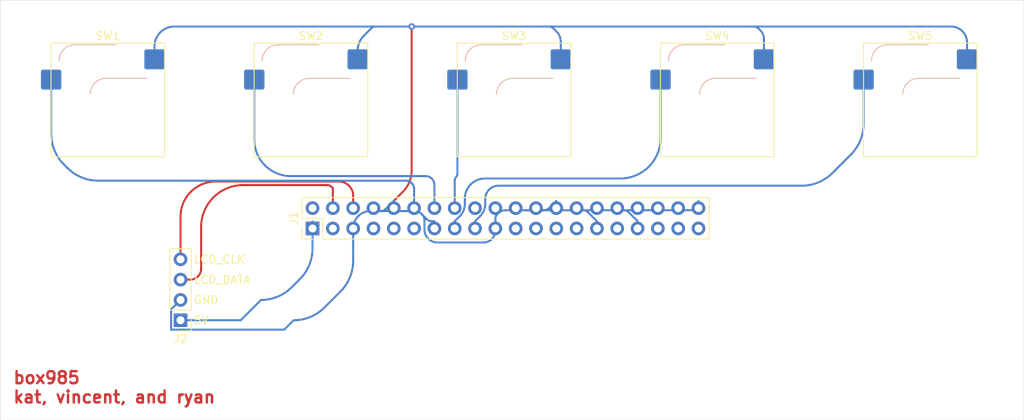
<source format=kicad_pcb>
(kicad_pcb (version 20240108) (generator "pcbnew") (generator_version "8.0")
  (layers (0 "F.Cu" signal) (31 "B.Cu" signal) (34 "B.Paste" user) (35 "F.Paste" user) (36 "B.SilkS" user "B.Silkscreen") (37 "F.SilkS" user "F.Silkscreen") (38 "B.Mask" user) (39 "F.Mask" user) (44 "Edge.Cuts" user))
  (net 0 "")
  (net 2 "+5V")
  (net 3 "GPIO 27")
  (net 5 "GND")
  (net 6 "LCD_CLK")
  (net 7 "LCD_DATA")
  (net 10 "GPIO 22")
  (net 15 "GPIO 24")
  (net 16 "GPIO 23")
  (net 22 "GPIO 17")
  (footprint "Connector_PinHeader_2.54mm:PinHeader_1x04_P2.54mm_Vertical" (layer "F.Cu") (at 82.55 119.018793 180)
    (property "Reference" "J2" (at 0 -2.33 180) (layer "F.SilkS"))
    (property "Value" "Conn_01x04")
    (fp_line (start 1.33 1.27) (end 1.33 8.95) (stroke (width 0.12)) (layer "F.SilkS"))
    (fp_line (start -1.33 8.95) (end 1.33 8.95) (stroke (width 0.12)) (layer "F.SilkS"))
    (fp_line (start -1.33 1.27) (end 1.33 1.27) (stroke (width 0.12)) (layer "F.SilkS"))
    (fp_line (start -1.33 1.27) (end -1.33 8.95) (stroke (width 0.12)) (layer "F.SilkS"))
    (fp_line (start -1.33 0) (end -1.33 -1.33) (stroke (width 0.12)) (layer "F.SilkS"))
    (fp_line (start -1.33 -1.33) (end 0 -1.33) (stroke (width 0.12)) (layer "F.SilkS"))
    (pad "1" thru_hole rect (at 0 0 180) (size 1.7 1.7) (drill 1) (layers "*.Cu" "*.Mask") (net 2 "+5V"))
    (pad "2" thru_hole oval (at 0 2.54 180) (size 1.7 1.7) (drill 1) (layers "*.Cu" "*.Mask") (net 5 "GND"))
    (pad "3" thru_hole oval (at 0 5.08 180) (size 1.7 1.7) (drill 1) (layers "*.Cu" "*.Mask") (net 7 "LCD_DATA"))
    (pad "4" thru_hole oval (at 0 7.62 180) (size 1.7 1.7) (drill 1) (layers "*.Cu" "*.Mask") (net 6 "LCD_CLK"))
  )
  (footprint "ScottoKeebs_Hotswap:Hotswap_MX" (layer "F.Cu") (at 175.055 91.468793)
    (property "Reference" "SW5" (at 0 -8 0) (layer "F.SilkS"))
    (property "Value" "Switch")
    (fp_line (start -4.1 -6.9) (end 1 -6.9) (stroke (width 0.12)) (layer "B.SilkS"))
    (fp_line (start -0.2 -2.7) (end 4.9 -2.7) (stroke (width 0.12)) (layer "B.SilkS"))
    (fp_arc (start -6.1 -4.9) (mid -5.514214 -6.314214) (end -4.1 -6.9) (stroke (width 0.12)) (layer "B.SilkS"))
    (fp_arc (start -2.2 -0.7) (mid -1.614214 -2.114214) (end -0.2 -2.7) (stroke (width 0.12)) (layer "B.SilkS"))
    (fp_line (start -7.1 -7.1) (end -7.1 7.1) (stroke (width 0.12)) (layer "F.SilkS"))
    (fp_line (start -7.1 7.1) (end 7.1 7.1) (stroke (width 0.12)) (layer "F.SilkS"))
    (fp_line (start 7.1 -7.1) (end -7.1 -7.1) (stroke (width 0.12)) (layer "F.SilkS"))
    (fp_line (start 7.1 7.1) (end 7.1 -7.1) (stroke (width 0.12)) (layer "F.SilkS"))
    (pad "" np_thru_hole circle (at -5.08 0) (size 1.75 1.75) (drill 1.75) (layers "*.Cu" "*.Mask"))
    (pad "" np_thru_hole circle (at -3.81 -2.54) (size 3.05 3.05) (drill 3.05) (layers "*.Cu" "*.Mask"))
    (pad "" np_thru_hole circle (at 0 0) (size 4 4) (drill 4) (layers "*.Cu" "*.Mask"))
    (pad "" np_thru_hole circle (at 2.54 -5.08) (size 3.05 3.05) (drill 3.05) (layers "*.Cu" "*.Mask"))
    (pad "" np_thru_hole circle (at 5.08 0) (size 1.75 1.75) (drill 1.75) (layers "*.Cu" "*.Mask"))
    (pad "1" smd roundrect (at -7.085 -2.54) (size 2.55 2.5) (layers "B.Cu" "B.Paste" "B.Mask") (roundrect_rratio 0.1) (net 15 "GPIO 24"))
    (pad "2" smd roundrect (at 5.842 -5.08) (size 2.55 2.5) (layers "B.Cu" "B.Paste" "B.Mask") (roundrect_rratio 0.1) (net 5 "GND"))
  )
  (footprint "ScottoKeebs_Hotswap:Hotswap_MX" (layer "F.Cu") (at 73.455 91.468793)
    (property "Reference" "SW1" (at 0 -8 0) (layer "F.SilkS"))
    (property "Value" "Switch")
    (fp_line (start -4.1 -6.9) (end 1 -6.9) (stroke (width 0.12)) (layer "B.SilkS"))
    (fp_line (start -0.2 -2.7) (end 4.9 -2.7) (stroke (width 0.12)) (layer "B.SilkS"))
    (fp_arc (start -6.1 -4.9) (mid -5.514214 -6.314214) (end -4.1 -6.9) (stroke (width 0.12)) (layer "B.SilkS"))
    (fp_arc (start -2.2 -0.7) (mid -1.614214 -2.114214) (end -0.2 -2.7) (stroke (width 0.12)) (layer "B.SilkS"))
    (fp_line (start -7.1 -7.1) (end -7.1 7.1) (stroke (width 0.12)) (layer "F.SilkS"))
    (fp_line (start -7.1 7.1) (end 7.1 7.1) (stroke (width 0.12)) (layer "F.SilkS"))
    (fp_line (start 7.1 -7.1) (end -7.1 -7.1) (stroke (width 0.12)) (layer "F.SilkS"))
    (fp_line (start 7.1 7.1) (end 7.1 -7.1) (stroke (width 0.12)) (layer "F.SilkS"))
    (pad "" np_thru_hole circle (at -5.08 0) (size 1.75 1.75) (drill 1.75) (layers "*.Cu" "*.Mask"))
    (pad "" np_thru_hole circle (at -3.81 -2.54) (size 3.05 3.05) (drill 3.05) (layers "*.Cu" "*.Mask"))
    (pad "" np_thru_hole circle (at 0 0) (size 4 4) (drill 4) (layers "*.Cu" "*.Mask"))
    (pad "" np_thru_hole circle (at 2.54 -5.08) (size 3.05 3.05) (drill 3.05) (layers "*.Cu" "*.Mask"))
    (pad "" np_thru_hole circle (at 5.08 0) (size 1.75 1.75) (drill 1.75) (layers "*.Cu" "*.Mask"))
    (pad "1" smd roundrect (at -7.085 -2.54) (size 2.55 2.5) (layers "B.Cu" "B.Paste" "B.Mask") (roundrect_rratio 0.1) (net 22 "GPIO 17"))
    (pad "2" smd roundrect (at 5.842 -5.08) (size 2.55 2.5) (layers "B.Cu" "B.Paste" "B.Mask") (roundrect_rratio 0.1) (net 5 "GND"))
  )
  (footprint "ScottoKeebs_Hotswap:Hotswap_MX" (layer "F.Cu") (at 149.655 91.468793)
    (property "Reference" "SW4" (at 0 -8 0) (layer "F.SilkS"))
    (property "Value" "Switch")
    (fp_line (start -4.1 -6.9) (end 1 -6.9) (stroke (width 0.12)) (layer "B.SilkS"))
    (fp_line (start -0.2 -2.7) (end 4.9 -2.7) (stroke (width 0.12)) (layer "B.SilkS"))
    (fp_arc (start -6.1 -4.9) (mid -5.514214 -6.314214) (end -4.1 -6.9) (stroke (width 0.12)) (layer "B.SilkS"))
    (fp_arc (start -2.2 -0.7) (mid -1.614214 -2.114214) (end -0.2 -2.7) (stroke (width 0.12)) (layer "B.SilkS"))
    (fp_line (start -7.1 -7.1) (end -7.1 7.1) (stroke (width 0.12)) (layer "F.SilkS"))
    (fp_line (start -7.1 7.1) (end 7.1 7.1) (stroke (width 0.12)) (layer "F.SilkS"))
    (fp_line (start 7.1 -7.1) (end -7.1 -7.1) (stroke (width 0.12)) (layer "F.SilkS"))
    (fp_line (start 7.1 7.1) (end 7.1 -7.1) (stroke (width 0.12)) (layer "F.SilkS"))
    (pad "" np_thru_hole circle (at -5.08 0) (size 1.75 1.75) (drill 1.75) (layers "*.Cu" "*.Mask"))
    (pad "" np_thru_hole circle (at -3.81 -2.54) (size 3.05 3.05) (drill 3.05) (layers "*.Cu" "*.Mask"))
    (pad "" np_thru_hole circle (at 0 0) (size 4 4) (drill 4) (layers "*.Cu" "*.Mask"))
    (pad "" np_thru_hole circle (at 2.54 -5.08) (size 3.05 3.05) (drill 3.05) (layers "*.Cu" "*.Mask"))
    (pad "" np_thru_hole circle (at 5.08 0) (size 1.75 1.75) (drill 1.75) (layers "*.Cu" "*.Mask"))
    (pad "1" smd roundrect (at -7.085 -2.54) (size 2.55 2.5) (layers "B.Cu" "B.Paste" "B.Mask") (roundrect_rratio 0.1) (net 16 "GPIO 23"))
    (pad "2" smd roundrect (at 5.842 -5.08) (size 2.55 2.5) (layers "B.Cu" "B.Paste" "B.Mask") (roundrect_rratio 0.1) (net 5 "GND"))
  )
  (footprint "Connector_PinHeader_2.54mm:PinHeader_2x20_P2.54mm_Vertical" (layer "F.Cu") (at 99.055 107.54 90)
    (property "Reference" "J1" (at 1.27 -2.33 90) (layer "F.SilkS"))
    (property "Value" "Conn_02x20_Odd_Even")
    (fp_line (start 3.87 -1.33) (end 3.87 49.59) (stroke (width 0.12)) (layer "F.SilkS"))
    (fp_line (start 1.27 -1.33) (end 3.87 -1.33) (stroke (width 0.12)) (layer "F.SilkS"))
    (fp_line (start -1.33 -1.33) (end 0 -1.33) (stroke (width 0.12)) (layer "F.SilkS"))
    (fp_line (start -1.33 0) (end -1.33 -1.33) (stroke (width 0.12)) (layer "F.SilkS"))
    (fp_line (start 1.27 1.27) (end 1.27 -1.33) (stroke (width 0.12)) (layer "F.SilkS"))
    (fp_line (start -1.33 1.27) (end 1.27 1.27) (stroke (width 0.12)) (layer "F.SilkS"))
    (fp_line (start -1.33 1.27) (end -1.33 49.59) (stroke (width 0.12)) (layer "F.SilkS"))
    (fp_line (start -1.33 49.59) (end 3.87 49.59) (stroke (width 0.12)) (layer "F.SilkS"))
    (pad "1" thru_hole rect (at 0 0 90) (size 1.7 1.7) (drill 1) (layers "*.Cu" "*.Mask"))
    (pad "2" thru_hole oval (at 2.54 0 90) (size 1.7 1.7) (drill 1) (layers "*.Cu" "*.Mask") (net 2 "+5V"))
    (pad "3" thru_hole oval (at 0 2.54 90) (size 1.7 1.7) (drill 1) (layers "*.Cu" "*.Mask") (net 7 "LCD_DATA"))
    (pad "4" thru_hole oval (at 2.54 2.54 90) (size 1.7 1.7) (drill 1) (layers "*.Cu" "*.Mask"))
    (pad "5" thru_hole oval (at 0 5.08 90) (size 1.7 1.7) (drill 1) (layers "*.Cu" "*.Mask") (net 6 "LCD_CLK"))
    (pad "6" thru_hole oval (at 2.54 5.08 90) (size 1.7 1.7) (drill 1) (layers "*.Cu" "*.Mask") (net 5 "GND"))
    (pad "7" thru_hole oval (at 0 7.62 90) (size 1.7 1.7) (drill 1) (layers "*.Cu" "*.Mask"))
    (pad "8" thru_hole oval (at 2.54 7.62 90) (size 1.7 1.7) (drill 1) (layers "*.Cu" "*.Mask"))
    (pad "9" thru_hole oval (at 0 10.16 90) (size 1.7 1.7) (drill 1) (layers "*.Cu" "*.Mask") (net 5 "GND"))
    (pad "10" thru_hole oval (at 2.54 10.16 90) (size 1.7 1.7) (drill 1) (layers "*.Cu" "*.Mask"))
    (pad "11" thru_hole oval (at 0 12.7 90) (size 1.7 1.7) (drill 1) (layers "*.Cu" "*.Mask") (net 22 "GPIO 17"))
    (pad "12" thru_hole oval (at 2.54 12.7 90) (size 1.7 1.7) (drill 1) (layers "*.Cu" "*.Mask"))
    (pad "13" thru_hole oval (at 0 15.24 90) (size 1.7 1.7) (drill 1) (layers "*.Cu" "*.Mask") (net 3 "GPIO 27"))
    (pad "14" thru_hole oval (at 2.54 15.24 90) (size 1.7 1.7) (drill 1) (layers "*.Cu" "*.Mask") (net 5 "GND"))
    (pad "15" thru_hole oval (at 0 17.78 90) (size 1.7 1.7) (drill 1) (layers "*.Cu" "*.Mask") (net 10 "GPIO 22"))
    (pad "16" thru_hole oval (at 2.54 17.78 90) (size 1.7 1.7) (drill 1) (layers "*.Cu" "*.Mask") (net 16 "GPIO 23"))
    (pad "17" thru_hole oval (at 0 20.32 90) (size 1.7 1.7) (drill 1) (layers "*.Cu" "*.Mask"))
    (pad "18" thru_hole oval (at 2.54 20.32 90) (size 1.7 1.7) (drill 1) (layers "*.Cu" "*.Mask") (net 15 "GPIO 24"))
    (pad "19" thru_hole oval (at 0 22.86 90) (size 1.7 1.7) (drill 1) (layers "*.Cu" "*.Mask"))
    (pad "20" thru_hole oval (at 2.54 22.86 90) (size 1.7 1.7) (drill 1) (layers "*.Cu" "*.Mask") (net 5 "GND"))
    (pad "21" thru_hole oval (at 0 25.4 90) (size 1.7 1.7) (drill 1) (layers "*.Cu" "*.Mask"))
    (pad "22" thru_hole oval (at 2.54 25.4 90) (size 1.7 1.7) (drill 1) (layers "*.Cu" "*.Mask"))
    (pad "23" thru_hole oval (at 0 27.94 90) (size 1.7 1.7) (drill 1) (layers "*.Cu" "*.Mask"))
    (pad "24" thru_hole oval (at 2.54 27.94 90) (size 1.7 1.7) (drill 1) (layers "*.Cu" "*.Mask"))
    (pad "25" thru_hole oval (at 0 30.48 90) (size 1.7 1.7) (drill 1) (layers "*.Cu" "*.Mask") (net 5 "GND"))
    (pad "26" thru_hole oval (at 2.54 30.48 90) (size 1.7 1.7) (drill 1) (layers "*.Cu" "*.Mask"))
    (pad "27" thru_hole oval (at 0 33.02 90) (size 1.7 1.7) (drill 1) (layers "*.Cu" "*.Mask"))
    (pad "28" thru_hole oval (at 2.54 33.02 90) (size 1.7 1.7) (drill 1) (layers "*.Cu" "*.Mask"))
    (pad "29" thru_hole oval (at 0 35.56 90) (size 1.7 1.7) (drill 1) (layers "*.Cu" "*.Mask"))
    (pad "30" thru_hole oval (at 2.54 35.56 90) (size 1.7 1.7) (drill 1) (layers "*.Cu" "*.Mask") (net 5 "GND"))
    (pad "31" thru_hole oval (at 0 38.1 90) (size 1.7 1.7) (drill 1) (layers "*.Cu" "*.Mask"))
    (pad "32" thru_hole oval (at 2.54 38.1 90) (size 1.7 1.7) (drill 1) (layers "*.Cu" "*.Mask"))
    (pad "33" thru_hole oval (at 0 40.64 90) (size 1.7 1.7) (drill 1) (layers "*.Cu" "*.Mask"))
    (pad "34" thru_hole oval (at 2.54 40.64 90) (size 1.7 1.7) (drill 1) (layers "*.Cu" "*.Mask") (net 5 "GND"))
    (pad "35" thru_hole oval (at 0 43.18 90) (size 1.7 1.7) (drill 1) (layers "*.Cu" "*.Mask"))
    (pad "36" thru_hole oval (at 2.54 43.18 90) (size 1.7 1.7) (drill 1) (layers "*.Cu" "*.Mask"))
    (pad "37" thru_hole oval (at 0 45.72 90) (size 1.7 1.7) (drill 1) (layers "*.Cu" "*.Mask"))
    (pad "38" thru_hole oval (at 2.54 45.72 90) (size 1.7 1.7) (drill 1) (layers "*.Cu" "*.Mask"))
    (pad "39" thru_hole oval (at 0 48.26 90) (size 1.7 1.7) (drill 1) (layers "*.Cu" "*.Mask") (net 5 "GND"))
    (pad "40" thru_hole oval (at 2.54 48.26 90) (size 1.7 1.7) (drill 1) (layers "*.Cu" "*.Mask"))
  )
  (footprint "ScottoKeebs_Hotswap:Hotswap_MX" (layer "F.Cu") (at 98.855 91.468793)
    (property "Reference" "SW2" (at 0 -8 0) (layer "F.SilkS"))
    (property "Value" "Switch")
    (fp_line (start -4.1 -6.9) (end 1 -6.9) (stroke (width 0.12)) (layer "B.SilkS"))
    (fp_line (start -0.2 -2.7) (end 4.9 -2.7) (stroke (width 0.12)) (layer "B.SilkS"))
    (fp_arc (start -6.1 -4.9) (mid -5.514214 -6.314214) (end -4.1 -6.9) (stroke (width 0.12)) (layer "B.SilkS"))
    (fp_arc (start -2.2 -0.7) (mid -1.614214 -2.114214) (end -0.2 -2.7) (stroke (width 0.12)) (layer "B.SilkS"))
    (fp_line (start -7.1 -7.1) (end -7.1 7.1) (stroke (width 0.12)) (layer "F.SilkS"))
    (fp_line (start -7.1 7.1) (end 7.1 7.1) (stroke (width 0.12)) (layer "F.SilkS"))
    (fp_line (start 7.1 -7.1) (end -7.1 -7.1) (stroke (width 0.12)) (layer "F.SilkS"))
    (fp_line (start 7.1 7.1) (end 7.1 -7.1) (stroke (width 0.12)) (layer "F.SilkS"))
    (pad "" np_thru_hole circle (at -5.08 0) (size 1.75 1.75) (drill 1.75) (layers "*.Cu" "*.Mask"))
    (pad "" np_thru_hole circle (at -3.81 -2.54) (size 3.05 3.05) (drill 3.05) (layers "*.Cu" "*.Mask"))
    (pad "" np_thru_hole circle (at 0 0) (size 4 4) (drill 4) (layers "*.Cu" "*.Mask"))
    (pad "" np_thru_hole circle (at 2.54 -5.08) (size 3.05 3.05) (drill 3.05) (layers "*.Cu" "*.Mask"))
    (pad "" np_thru_hole circle (at 5.08 0) (size 1.75 1.75) (drill 1.75) (layers "*.Cu" "*.Mask"))
    (pad "1" smd roundrect (at -7.085 -2.54) (size 2.55 2.5) (layers "B.Cu" "B.Paste" "B.Mask") (roundrect_rratio 0.1) (net 3 "GPIO 27"))
    (pad "2" smd roundrect (at 5.842 -5.08) (size 2.55 2.5) (layers "B.Cu" "B.Paste" "B.Mask") (roundrect_rratio 0.1) (net 5 "GND"))
  )
  (footprint "ScottoKeebs_Hotswap:Hotswap_MX" (layer "F.Cu") (at 124.255 91.468793)
    (property "Reference" "SW3" (at 0 -8 0) (layer "F.SilkS"))
    (property "Value" "Switch")
    (fp_line (start -4.1 -6.9) (end 1 -6.9) (stroke (width 0.12)) (layer "B.SilkS"))
    (fp_line (start -0.2 -2.7) (end 4.9 -2.7) (stroke (width 0.12)) (layer "B.SilkS"))
    (fp_arc (start -6.1 -4.9) (mid -5.514214 -6.314214) (end -4.1 -6.9) (stroke (width 0.12)) (layer "B.SilkS"))
    (fp_arc (start -2.2 -0.7) (mid -1.614214 -2.114214) (end -0.2 -2.7) (stroke (width 0.12)) (layer "B.SilkS"))
    (fp_line (start -7.1 -7.1) (end -7.1 7.1) (stroke (width 0.12)) (layer "F.SilkS"))
    (fp_line (start -7.1 7.1) (end 7.1 7.1) (stroke (width 0.12)) (layer "F.SilkS"))
    (fp_line (start 7.1 -7.1) (end -7.1 -7.1) (stroke (width 0.12)) (layer "F.SilkS"))
    (fp_line (start 7.1 7.1) (end 7.1 -7.1) (stroke (width 0.12)) (layer "F.SilkS"))
    (pad "" np_thru_hole circle (at -5.08 0) (size 1.75 1.75) (drill 1.75) (layers "*.Cu" "*.Mask"))
    (pad "" np_thru_hole circle (at -3.81 -2.54) (size 3.05 3.05) (drill 3.05) (layers "*.Cu" "*.Mask"))
    (pad "" np_thru_hole circle (at 0 0) (size 4 4) (drill 4) (layers "*.Cu" "*.Mask"))
    (pad "" np_thru_hole circle (at 2.54 -5.08) (size 3.05 3.05) (drill 3.05) (layers "*.Cu" "*.Mask"))
    (pad "" np_thru_hole circle (at 5.08 0) (size 1.75 1.75) (drill 1.75) (layers "*.Cu" "*.Mask"))
    (pad "1" smd roundrect (at -7.085 -2.54) (size 2.55 2.5) (layers "B.Cu" "B.Paste" "B.Mask") (roundrect_rratio 0.1) (net 10 "GPIO 22"))
    (pad "2" smd roundrect (at 5.842 -5.08) (size 2.55 2.5) (layers "B.Cu" "B.Paste" "B.Mask") (roundrect_rratio 0.1) (net 5 "GND"))
  )
  (gr_rect (start 60 79) (end 188 131.5) (stroke (width 0.05)) (fill none) (layer "Edge.Cuts"))
  (gr_text "box985\nkat, vincent, and ryan" (at 61.5 129.5 0) (layer "F.Cu") (effects (font (size 1.5 1.5) (thickness 0.3) (bold yes)) (justify left bottom)))
  (gr_text "LCD_DATA" (at 84.125 114.539496 0) (layer "F.SilkS") (effects (font (size 1 1)) (justify left bottom)))
  (gr_text "LCD_CLK" (at 84.125 111.999496 0) (layer "F.SilkS") (effects (font (size 1 1)) (justify left bottom)))
  (gr_text "GND" (at 84.125 117.079496 0) (layer "F.SilkS") (effects (font (size 1 1)) (justify left bottom)))
  (gr_text "5V" (at 84.125 119.619496 0) (layer "F.SilkS") (effects (font (size 1 1)) (justify left bottom)))
  (segment (start 92.611036 116.478793) (end 90.071036 119.018793) (width 0.25) (layer "B.Cu") (net 2))
  (segment (start 96.458792 114.885) (end 97.461206 113.882585) (width 0.25) (layer "B.Cu") (net 2))
  (segment (start 99.055 110.034829) (end 99.055 106.633793) (width 0.25) (layer "B.Cu") (net 2))
  (segment (start 90.071036 119.018793) (end 82.55 119.018793) (width 0.25) (layer "B.Cu") (net 2))
  (arc (start 97.461206 113.882585) (mid 98.640786 112.117219) (end 99.055 110.034829) (width 0.25) (layer "B.Cu") (net 2))
  (arc (start 96.458792 114.885) (mid 94.693426 116.064579) (end 92.611036 116.478793) (width 0.25) (layer "B.Cu") (net 2))
  (segment (start 91.77 96.418746) (end 91.77 88.928793) (width 0.25) (layer "B.Cu") (net 3))
  (segment (start 96.345046 100.993793) (end 113.193916 100.993793) (width 0.25) (layer "B.Cu") (net 3))
  (segment (start 114.295 102.094876) (end 114.295 104.093793) (width 0.25) (layer "B.Cu") (net 3))
  (arc (start 113.193916 100.993793) (mid 113.615282 101.077608) (end 113.9725 101.316293) (width 0.25) (layer "B.Cu") (net 3))
  (arc (start 91.77 96.418746) (mid 92.118254 98.16954) (end 93.11 99.653793) (width 0.25) (layer "B.Cu") (net 3))
  (arc (start 114.295 102.094876) (mid 114.211184 101.67351) (end 113.9725 101.316293) (width 0.25) (layer "B.Cu") (net 3))
  (arc (start 93.11 99.653793) (mid 94.594251 100.645538) (end 96.345046 100.993793) (width 0.25) (layer "B.Cu") (net 3))
  (segment (start 111.45 100.278409) (end 111.45 82.293793) (width 0.25) (layer "F.Cu") (net 5))
  (segment (start 110.3325 102.976293) (end 109.215 104.093793) (width 0.25) (layer "F.Cu") (net 5))
  (via (at 111.45 82.293793) (size 0.8) (drill 0.4) (layers "F.Cu" "B.Cu") (net 5))
  (arc (start 110.3325 102.976293) (mid 111.159571 101.738493) (end 111.45 100.278409) (width 0.25) (layer "F.Cu") (net 5))
  (segment (start 132.9125 105.268793) (end 132.828125 105.268793) (width 0.25) (layer "B.Cu") (net 5))
  (segment (start 107.645 105.368793) (end 106.29449 105.368793) (width 0.25) (layer "B.Cu") (net 5))
  (segment (start 132.9125 105.268793) (end 136.44 105.268793) (width 0.25) (layer "B.Cu") (net 5))
  (segment (start 155.497 83.867745) (end 155.497 86.388793) (width 0.25) (layer "B.Cu") (net 5))
  (segment (start 79.297 84.774219) (end 79.297 86.388793) (width 0.25) (layer "B.Cu") (net 5))
  (segment (start 137.62125 105.268793) (end 137.77875 105.268793) (width 0.25) (layer "B.Cu") (net 5))
  (segment (start 113.32 106.363793) (end 112.78 105.823793) (width 0.25) (layer "B.Cu") (net 5))
  (segment (start 127.6075 105.268793) (end 127.8225 105.268793) (width 0.25) (layer "B.Cu") (net 5))
  (segment (start 126.9625 105.268793) (end 126.64 105.268793) (width 0.25) (layer "B.Cu") (net 5))
  (segment (start 137.30625 105.268793) (end 137.46375 105.268793) (width 0.25) (layer "B.Cu") (net 5))
  (segment (start 137.62125 105.268793) (end 137.46375 105.268793) (width 0.25) (layer "B.Cu") (net 5))
  (segment (start 154.1875 82.293793) (end 153.8 82.293793) (width 0.25) (layer "B.Cu") (net 5))
  (segment (start 133.488648 105.507441) (end 134.615 106.633793) (width 0.25) (layer "B.Cu") (net 5))
  (segment (start 112.6875 105.731293) (end 112.78 105.823793) (width 0.25) (layer "B.Cu") (net 5))
  (segment (start 81.375 120.193793) (end 81.375 117.653793) (width 0.25) (layer "B.Cu") (net 5))
  (segment (start 127.93 105.268793) (end 127.8225 105.268793) (width 0.25) (layer "B.Cu") (net 5))
  (segment (start 111.812347 105.368793) (end 107.645 105.368793) (width 0.25) (layer "B.Cu") (net 5))
  (segment (start 96.696036 119.018793) (end 95.521036 120.193793) (width 0.25) (layer "B.Cu") (net 5))
  (segment (start 128.175 82.293793) (end 128.5625 82.293793) (width 0.25) (layer "B.Cu") (net 5))
  (segment (start 137.77875 105.268793) (end 137.93625 105.268793) (width 0.25) (layer "B.Cu") (net 5))
  (segment (start 137.93625 105.268793) (end 137.77875 105.268793) (width 0.25) (layer "B.Cu") (net 5))
  (segment (start 113.05 106.47563) (end 113.05 107.672041) (width 0.25) (layer "B.Cu") (net 5))
  (segment (start 121.915 107.678807) (end 121.915 107.817145) (width 0.25) (layer "B.Cu") (net 5))
  (segment (start 121.915 107.402131) (end 121.915 107.678807) (width 0.25) (layer "B.Cu") (net 5))
  (segment (start 127.8225 105.268793) (end 127.6075 105.268793) (width 0.25) (layer "B.Cu") (net 5))
  (segment (start 126.9625 105.268793) (end 126.64 105.268793) (width 0.25) (layer "B.Cu") (net 5))
  (segment (start 153.025 82.293793) (end 153.8 82.293793) (width 0.25) (layer "B.Cu") (net 5))
  (segment (start 137.93625 105.268793) (end 138.015 105.268793) (width 0.25) (layer "B.Cu") (net 5))
  (segment (start 127.1775 105.268793) (end 127.3925 105.268793) (width 0.25) (layer "B.Cu") (net 5))
  (segment (start 132.321875 105.268793) (end 132.153125 105.268793) (width 0.25) (layer "B.Cu") (net 5))
  (segment (start 137.62125 105.268793) (end 137.77875 105.268793) (width 0.25) (layer "B.Cu") (net 5))
  (segment (start 131.9 105.268793) (end 131.225 105.268793) (width 0.25) (layer "B.Cu") (net 5))
  (segment (start 121.915 106.693381) (end 121.915 106.889205) (width 0.25) (layer "B.Cu") (net 5))
  (segment (start 104.135 107.528283) (end 104.135 111.579829) (width 0.25) (layer "B.Cu") (net 5))
  (segment (start 107.275 82.293793) (end 106.95 82.293793) (width 0.25) (layer "B.Cu") (net 5))
  (segment (start 147.315 104.731054) (end 147.315 104.093793) (width 0.25) (layer "B.Cu") (net 5))
  (segment (start 137.07 105.268793) (end 136.44 105.268793) (width 0.25) (layer "B.Cu") (net 5))
  (segment (start 132.659375 105.268793) (end 132.828125 105.268793) (width 0.25) (layer "B.Cu") (net 5))
  (segment (start 132.321875 105.268793) (end 132.490625 105.268793) (width 0.25) (layer "B.Cu") (net 5))
  (segment (start 132.828125 105.268793) (end 132.659375 105.268793) (width 0.25) (layer "B.Cu") (net 5))
  (segment (start 108.148596 105.160196) (end 109.215 104.093793) (width 0.25) (layer "B.Cu") (net 5))
  (segment (start 127.1775 105.268793) (end 126.9625 105.268793) (width 0.25) (layer "B.Cu") (net 5))
  (segment (start 95.521036 120.193793) (end 81.375 120.193793) (width 0.25) (layer "B.Cu") (net 5))
  (segment (start 137.07 105.268793) (end 137.30625 105.268793) (width 0.25) (layer "B.Cu") (net 5))
  (segment (start 132.153125 105.268793) (end 131.9 105.268793) (width 0.25) (layer "B.Cu") (net 5))
  (segment (start 123.169723 105.268793) (end 125.78 105.268793) (width 0.25) (layer "B.Cu") (net 5))
  (segment (start 121.915 106.693381) (end 121.915 106.555043) (width 0.25) (layer "B.Cu") (net 5))
  (segment (start 127.3925 105.268793) (end 127.1775 105.268793) (width 0.25) (layer "B.Cu") (net 5))
  (segment (start 127.6075 105.268793) (end 127.3925 105.268793) (width 0.25) (layer "B.Cu") (net 5))
  (segment (start 107.925 82.293793) (end 111.45 82.293793) (width 0.25) (layer "B.Cu") (net 5))
  (segment (start 153.8 82.293793) (end 153.025 82.293793) (width 0.25) (layer "B.Cu") (net 5))
  (segment (start 121.915 107.402131) (end 121.915 107.085029) (width 0.25) (layer "B.Cu") (net 5))
  (segment (start 154.849003 82.567796) (end 155.036 82.754793) (width 0.25) (layer "B.Cu") (net 5))
  (segment (start 107.275 82.293793) (end 106.95 82.293793) (width 0.25) (layer "B.Cu") (net 5))
  (segment (start 106.39519 82.523602) (end 105.46315 83.455642) (width 0.25) (layer "B.Cu") (net 5))
  (segment (start 106.643622 105.368793) (end 106.410867 105.368793) (width 0.25) (layer "B.Cu") (net 5))
  (segment (start 106.643622 105.368793) (end 106.887882 105.368793) (width 0.25) (layer "B.Cu") (net 5))
  (segment (start 136.44 105.268793) (end 137.07 105.268793) (width 0.25) (layer "B.Cu") (net 5))
  (segment (start 132.153125 105.268793) (end 131.9 105.268793) (width 0.25) (layer "B.Cu") (net 5))
  (segment (start 128.175 82.293793) (end 128.5625 82.293793) (width 0.25) (layer "B.Cu") (net 5))
  (segment (start 137.07 105.268793) (end 137.30625 105.268793) (width 0.25) (layer "B.Cu") (net 5))
  (segment (start 121.915 106.397543) (end 121.915 106.555043) (width 0.25) (layer "B.Cu") (net 5))
  (segment (start 128.664055 104.964737) (end 129.535 104.093793) (width 0.25) (layer "B.Cu") (net 5))
  (segment (start 121.915 106.889205) (end 121.915 107.085029) (width 0.25) (layer "B.Cu") (net 5))
  (segment (start 132.9125 105.268793) (end 132.828125 105.268793) (width 0.25) (layer "B.Cu") (net 5))
  (segment (start 127.6075 105.268793) (end 127.3925 105.268793) (width 0.25) (layer "B.Cu") (net 5))
  (segment (start 107.097627 105.368793) (end 106.887882 105.368793) (width 0.25) (layer "B.Cu") (net 5))
  (segment (start 127.93 105.268793) (end 131.225 105.268793) (width 0.25) (layer "B.Cu") (net 5))
  (segment (start 126.64 105.268793) (end 125.78 105.268793) (width 0.25) (layer "B.Cu") (net 5))
  (segment (start 126.9625 105.268793) (end 127.1775 105.268793) (width 0.25) (layer "B.Cu") (net 5))
  (segment (start 81.375 117.653793) (end 82.55 116.478793) (width 0.25) (layer "B.Cu") (net 5))
  (segment (start 107.925 82.293793) (end 107.275 82.293793) (width 0.25) (layer "B.Cu") (net 5))
  (segment (start 122.282499 105.636292) (end 122.137738 105.781054) (width 0.25) (layer "B.Cu") (net 5))
  (segment (start 130.097 84.251844) (end 130.097 86.388793) (width 0.25) (layer "B.Cu") (net 5))
  (segment (start 107.275 82.293793) (end 107.925 82.293793) (width 0.25) (layer "B.Cu") (net 5))
  (segment (start 125.78 105.268793) (end 126.64 105.268793) (width 0.25) (layer "B.Cu") (net 5))
  (segment (start 120.438352 109.293793) (end 114.671751 109.293793) (width 0.25) (layer "B.Cu") (net 5))
  (segment (start 180.897 84.294522) (end 180.897 86.388793) (width 0.25) (layer "B.Cu") (net 5))
  (segment (start 137.93625 105.268793) (end 138.015 105.268793) (width 0.25) (layer "B.Cu") (net 5))
  (segment (start 107.097627 105.368793) (end 107.307372 105.368793) (width 0.25) (layer "B.Cu") (net 5))
  (segment (start 107.57125 105.368793) (end 107.645 105.368793) (width 0.25) (layer "B.Cu") (net 5))
  (segment (start 113.32 106.363793) (end 113.340744 106.384537) (width 0.25) (layer "B.Cu") (net 5))
  (segment (start 129.5235 82.867293) (end 129.224003 82.567796) (width 0.25) (layer "B.Cu") (net 5))
  (segment (start 132.490625 105.268793) (end 132.321875 105.268793) (width 0.25) (layer "B.Cu") (net 5))
  (segment (start 113.9425 106.633793) (end 114.295 106.633793) (width 0.25) (layer "B.Cu") (net 5))
  (segment (start 81.777426 82.293793) (end 106.95 82.293793) (width 0.25) (layer "B.Cu") (net 5))
  (segment (start 127.93 105.268793) (end 127.8225 105.268793) (width 0.25) (layer "B.Cu") (net 5))
  (segment (start 154.1875 82.293793) (end 178.89627 82.293793) (width 0.25) (layer "B.Cu") (net 5))
  (segment (start 131.225 105.268793) (end 131.9 105.268793) (width 0.25) (layer "B.Cu") (net 5))
  (segment (start 127.4 82.293793) (end 128.175 82.293793) (width 0.25) (layer "B.Cu") (net 5))
  (segment (start 104.697 85.305293) (end 104.697 86.388793) (width 0.25) (layer "B.Cu") (net 5))
  (segment (start 121.915 106.318793) (end 121.915 106.397543) (width 0.25) (layer "B.Cu") (net 5))
  (segment (start 128.175 82.293793) (end 127.4 82.293793) (width 0.25) (layer "B.Cu") (net 5))
  (segment (start 107.42375 105.368793) (end 107.307372 105.368793) (width 0.25) (layer "B.Cu") (net 5))
  (segment (start 132.659375 105.268793) (end 132.490625 105.268793) (width 0.25) (layer "B.Cu") (net 5))
  (segment (start 146.777261 105.268793) (end 138.015 105.268793) (width 0.25) (layer "B.Cu") (net 5))
  (segment (start 107.42375 105.368793) (end 107.57125 105.368793) (width 0.25) (layer "B.Cu") (net 5))
  (segment (start 102.541207 115.427585) (end 100.543792 117.425) (width 0.25) (layer "B.Cu") (net 5))
  (segment (start 138.552738 105.491531) (end 139.695 106.633793) (width 0.25) (layer "B.Cu") (net 5))
  (segment (start 127.4 82.293793) (end 111.45 82.293793) (width 0.25) (layer "B.Cu") (net 5))
  (segment (start 154.1875 82.293793) (end 153.8 82.293793) (width 0.25) (layer "B.Cu") (net 5))
  (segment (start 137.46375 105.268793) (end 137.30625 105.268793) (width 0.25) (layer "B.Cu") (net 5))
  (segment (start 128.5625 82.293793) (end 153.025 82.293793) (width 0.25) (layer "B.Cu") (net 5))
  (segment (start 132.153125 105.268793) (end 132.321875 105.268793) (width 0.25) (layer "B.Cu") (net 5))
  (segment (start 132.659375 105.268793) (end 132.490625 105.268793) (width 0.25) (layer "B.Cu") (net 5))
  (arc (start 133.488648 105.507441) (mid 133.224309 105.330815) (end 132.9125 105.268793) (width 0.25) (layer "B.Cu") (net 5))
  (arc (start 113.05 107.672041) (mid 113.173448 108.292658) (end 113.525 108.818793) (width 0.25) (layer "B.Cu") (net 5))
  (arc (start 147.315 104.731054) (mid 147.274067 104.936837) (end 147.1575 105.111293) (width 0.25) (layer "B.Cu") (net 5))
  (arc (start 138.552738 105.491531) (mid 138.306021 105.32668) (end 138.015 105.268793) (width 0.25) (layer "B.Cu") (net 5))
  (arc (start 120.438352 109.293793) (mid 121.00344 109.181389) (end 121.4825 108.861293) (width 0.25) (layer "B.Cu") (net 5))
  (arc (start 122.282499 105.636292) (mid 122.689561 105.364302) (end 123.169723 105.268793) (width 0.25) (layer "B.Cu") (net 5))
  (arc (start 146.777261 105.268793) (mid 146.983044 105.22786) (end 147.1575 105.111293) (width 0.25) (layer "B.Cu") (net 5))
  (arc (start 104.135 111.579829) (mid 103.720786 113.662219) (end 102.541207 115.427585) (width 0.25) (layer "B.Cu") (net 5))
  (arc (start 106.39519 82.523602) (mid 106.649739 82.353518) (end 106.95 82.293793) (width 0.25) (layer "B.Cu") (net 5))
  (arc (start 80.0235 83.020293) (mid 79.485811 83.825001) (end 79.297 84.774219) (width 0.25) (layer "B.Cu") (net 5))
  (arc (start 128.664055 104.964737) (mid 128.327267 105.189771) (end 127.93 105.268793) (width 0.25) (layer "B.Cu") (net 5))
  (arc (start 104.7675 106.001293) (mid 104.299381 106.701881) (end 104.135 107.528283) (width 0.25) (layer "B.Cu") (net 5))
  (arc (start 155.497 83.867745) (mid 155.37719 83.265419) (end 155.036 82.754793) (width 0.25) (layer "B.Cu") (net 5))
  (arc (start 114.671751 109.293793) (mid 114.051133 109.170344) (end 113.525 108.818793) (width 0.25) (layer "B.Cu") (net 5))
  (arc (start 128.5625 82.293793) (mid 128.920503 82.365004) (end 129.224003 82.567796) (width 0.25) (layer "B.Cu") (net 5))
  (arc (start 80.0235 83.020293) (mid 80.828208 82.482604) (end 81.777426 82.293793) (width 0.25) (layer "B.Cu") (net 5))
  (arc (start 129.5235 82.867293) (mid 129.947952 83.50253) (end 130.097 84.251844) (width 0.25) (layer "B.Cu") (net 5))
  (arc (start 112.6875 105.731293) (mid 112.285976 105.463003) (end 111.812347 105.368793) (width 0.25) (layer "B.Cu") (net 5))
  (arc (start 180.311 82.879793) (mid 179.661916 82.446089) (end 178.89627 82.293793) (width 0.25) (layer "B.Cu") (net 5))
  (arc (start 104.697 85.305293) (mid 104.896115 84.304269) (end 105.46315 83.455642) (width 0.25) (layer "B.Cu") (net 5))
  (arc (start 106.29449 105.368793) (mid 105.468088 105.533174) (end 104.7675 106.001293) (width 0.25) (layer "B.Cu") (net 5))
  (arc (start 113.05 106.47563) (mid 112.979829 106.122858) (end 112.78 105.823793) (width 0.25) (layer "B.Cu") (net 5))
  (arc (start 121.915 106.318793) (mid 121.972887 106.02777) (end 122.137738 105.781054) (width 0.25) (layer "B.Cu") (net 5))
  (arc (start 100.543792 117.425) (mid 98.778426 118.604579) (end 96.696036 119.018793) (width 0.25) (layer "B.Cu") (net 5))
  (arc (start 113.05 106.47563) (mid 113.147636 106.329507) (end 113.32 106.363793) (width 0.25) (layer "B.Cu") (net 5))
  (arc (start 121.915 107.817145) (mid 121.802596 108.382233) (end 121.4825 108.861293) (width 0.25) (layer "B.Cu") (net 5))
  (arc (start 180.311 82.879793) (mid 180.744703 83.528876) (end 180.897 84.294522) (width 0.25) (layer "B.Cu") (net 5))
  (arc (start 108.148596 105.160196) (mid 107.917544 105.31458) (end 107.645 105.368793) (width 0.25) (layer "B.Cu") (net 5))
  (arc (start 154.849003 82.567796) (mid 154.545503 82.365004) (end 154.1875 82.293793) (width 0.25) (layer "B.Cu") (net 5))
  (arc (start 113.9425 106.633793) (mid 113.616832 106.569013) (end 113.340744 106.384537) (width 0.25) (layer "B.Cu") (net 5))
  (segment (start 103.605 102.198793) (end 103.652399 102.246192) (width 0.25) (layer "F.Cu") (net 6))
  (segment (start 86.945799 101.668793) (end 102.325466 101.668793) (width 0.25) (layer "F.Cu") (net 6))
  (segment (start 82.55 106.064592) (end 82.55 111.398793) (width 0.25) (layer "F.Cu") (net 6))
  (segment (start 104.135 103.411293) (end 104.135 104.093793) (width 0.25) (layer "F.Cu") (net 6))
  (arc (start 86.945799 101.668793) (mid 85.263599 102.003403) (end 83.8375 102.956293) (width 0.25) (layer "F.Cu") (net 6))
  (arc (start 104.135 103.411293) (mid 104.009576 102.780745) (end 103.652399 102.246192) (width 0.25) (layer "F.Cu") (net 6))
  (arc (start 103.605 102.198793) (mid 103.017944 101.806535) (end 102.325466 101.668793) (width 0.25) (layer "F.Cu") (net 6))
  (arc (start 83.8375 102.956293) (mid 82.88461 104.382392) (end 82.55 106.064592) (width 0.25) (layer "F.Cu") (net 6))
  (segment (start 85.125 112.581643) (end 85.125 107.368146) (width 0.25) (layer "F.Cu") (net 7))
  (segment (start 101.5975 102.516293) (end 101.4 102.318793) (width 0.25) (layer "F.Cu") (net 7))
  (segment (start 101.595 102.527328) (end 101.595 104.093793) (width 0.25) (layer "F.Cu") (net 7))
  (segment (start 83.76785 113.938793) (end 82.55 113.938793) (width 0.25) (layer "F.Cu") (net 7))
  (segment (start 90.374353 102.118793) (end 100.917157 102.118793) (width 0.25) (layer "F.Cu") (net 7))
  (arc (start 86.6625 103.656293) (mid 88.365512 102.518376) (end 90.374353 102.118793) (width 0.25) (layer "F.Cu") (net 7))
  (arc (start 101.4 102.318793) (mid 101.178469 102.170771) (end 100.917157 102.118793) (width 0.25) (layer "F.Cu") (net 7))
  (arc (start 83.76785 113.938793) (mid 84.287208 113.835486) (end 84.7275 113.541293) (width 0.25) (layer "F.Cu") (net 7))
  (arc (start 85.125 112.581643) (mid 85.021693 113.101001) (end 84.7275 113.541293) (width 0.25) (layer "F.Cu") (net 7))
  (arc (start 101.5975 102.521293) (mid 101.595649 102.524061) (end 101.595 102.527328) (width 0.25) (layer "F.Cu") (net 7))
  (arc (start 85.125 107.368146) (mid 85.524583 105.359305) (end 86.6625 103.656293) (width 0.25) (layer "F.Cu") (net 7))
  (arc (start 101.5975 102.516293) (mid 101.598535 102.518793) (end 101.5975 102.521293) (width 0.25) (layer "F.Cu") (net 7))
  (segment (start 116.835 101.520673) (end 116.835 104.093793) (width 0.25) (layer "B.Cu") (net 10))
  (segment (start 117.17 100.711912) (end 117.17 88.928793) (width 0.25) (layer "B.Cu") (net 10))
  (arc (start 117.0025 101.116293) (mid 117.126468 100.930761) (end 117.17 100.711912) (width 0.25) (layer "B.Cu") (net 10))
  (arc (start 117.0025 101.116293) (mid 116.878531 101.301824) (end 116.835 101.520673) (width 0.25) (layer "B.Cu") (net 10))
  (segment (start 160.221036 102.193793) (end 122.314429 102.193793) (width 0.25) (layer "B.Cu") (net 15))
  (segment (start 166.376207 98.292585) (end 164.068792 100.6) (width 0.25) (layer "B.Cu") (net 15))
  (segment (start 120.65 103.858222) (end 120.65 104.457231) (width 0.25) (layer "B.Cu") (net 15))
  (segment (start 167.97 94.444829) (end 167.97 88.928793) (width 0.25) (layer "B.Cu") (net 15))
  (segment (start 120.0125 105.996293) (end 119.375 106.633793) (width 0.25) (layer "B.Cu") (net 15))
  (arc (start 160.221036 102.193793) (mid 162.303426 101.779579) (end 164.068792 100.6) (width 0.25) (layer "B.Cu") (net 15))
  (arc (start 121.1375 102.681293) (mid 121.677479 102.32049) (end 122.314429 102.193793) (width 0.25) (layer "B.Cu") (net 15))
  (arc (start 167.97 94.444829) (mid 167.555786 96.527219) (end 166.376207 98.292585) (width 0.25) (layer "B.Cu") (net 15))
  (arc (start 120.0125 105.996293) (mid 120.484319 105.290165) (end 120.65 104.457231) (width 0.25) (layer "B.Cu") (net 15))
  (arc (start 120.65 103.858222) (mid 120.776697 103.221272) (end 121.1375 102.681293) (width 0.25) (layer "B.Cu") (net 15))
  (segment (start 137.54257 101.293793) (end 120.617982 101.293793) (width 0.25) (layer "B.Cu") (net 16))
  (segment (start 118.1 104.474302) (end 118.1 103.811775) (width 0.25) (layer "B.Cu") (net 16))
  (segment (start 142.57 96.266363) (end 142.57 88.928793) (width 0.25) (layer "B.Cu") (net 16))
  (segment (start 117.4675 106.001293) (end 116.835 106.633793) (width 0.25) (layer "B.Cu") (net 16))
  (arc (start 137.54257 101.293793) (mid 139.466484 100.911102) (end 141.0975 99.821293) (width 0.25) (layer "B.Cu") (net 16))
  (arc (start 117.4675 106.001293) (mid 117.935618 105.300703) (end 118.1 104.474302) (width 0.25) (layer "B.Cu") (net 16))
  (arc (start 118.8375 102.031293) (mid 119.654392 101.485463) (end 120.617982 101.293793) (width 0.25) (layer "B.Cu") (net 16))
  (arc (start 118.8375 102.031293) (mid 118.29167 102.848185) (end 118.1 103.811775) (width 0.25) (layer "B.Cu") (net 16))
  (arc (start 142.57 96.266363) (mid 142.187309 98.190277) (end 141.0975 99.821293) (width 0.25) (layer "B.Cu") (net 16))
  (segment (start 110.7222 101.568793) (end 72.253963 101.568793) (width 0.25) (layer "B.Cu") (net 22))
  (segment (start 68.406207 99.975) (end 67.963792 99.532585) (width 0.25) (layer "B.Cu") (net 22))
  (segment (start 111.755 102.601592) (end 111.755 104.093793) (width 0.25) (layer "B.Cu") (net 22))
  (segment (start 66.37 95.684829) (end 66.37 88.928793) (width 0.25) (layer "B.Cu") (net 22))
  (arc (start 67.963792 99.532585) (mid 66.784213 97.767219) (end 66.37 95.684829) (width 0.25) (layer "B.Cu") (net 22))
  (arc (start 68.406207 99.975) (mid 70.171572 101.154579) (end 72.253963 101.568793) (width 0.25) (layer "B.Cu") (net 22))
  (arc (start 110.7222 101.568793) (mid 111.117435 101.64741) (end 111.4525 101.871293) (width 0.25) (layer "B.Cu") (net 22))
  (arc (start 111.755 102.601592) (mid 111.676382 102.206357) (end 111.4525 101.871293) (width 0.25) (layer "B.Cu") (net 22))
)
</source>
